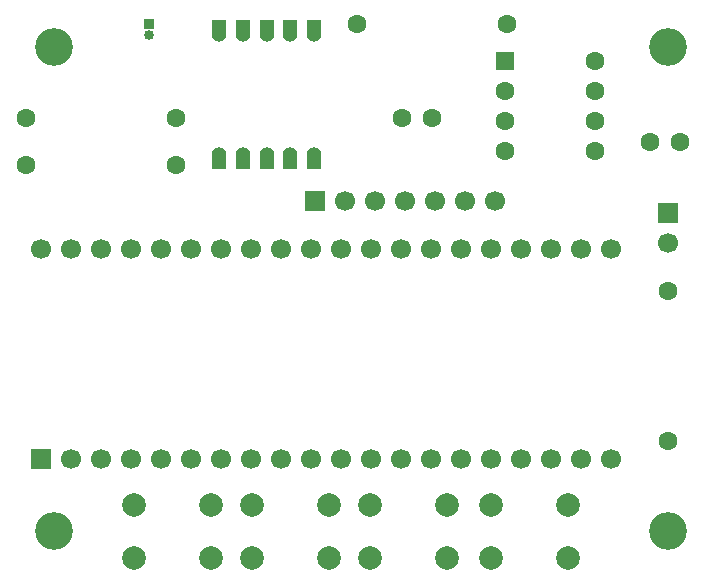
<source format=gts>
%TF.GenerationSoftware,KiCad,Pcbnew,9.0.3*%
%TF.CreationDate,2025-07-14T11:38:29-07:00*%
%TF.ProjectId,ECE_299_ALARM,4543455f-3239-4395-9f41-4c41524d2e6b,1.0*%
%TF.SameCoordinates,Original*%
%TF.FileFunction,Soldermask,Top*%
%TF.FilePolarity,Negative*%
%FSLAX46Y46*%
G04 Gerber Fmt 4.6, Leading zero omitted, Abs format (unit mm)*
G04 Created by KiCad (PCBNEW 9.0.3) date 2025-07-14 11:38:29*
%MOMM*%
%LPD*%
G01*
G04 APERTURE LIST*
G04 Aperture macros list*
%AMRoundRect*
0 Rectangle with rounded corners*
0 $1 Rounding radius*
0 $2 $3 $4 $5 $6 $7 $8 $9 X,Y pos of 4 corners*
0 Add a 4 corners polygon primitive as box body*
4,1,4,$2,$3,$4,$5,$6,$7,$8,$9,$2,$3,0*
0 Add four circle primitives for the rounded corners*
1,1,$1+$1,$2,$3*
1,1,$1+$1,$4,$5*
1,1,$1+$1,$6,$7*
1,1,$1+$1,$8,$9*
0 Add four rect primitives between the rounded corners*
20,1,$1+$1,$2,$3,$4,$5,0*
20,1,$1+$1,$4,$5,$6,$7,0*
20,1,$1+$1,$6,$7,$8,$9,0*
20,1,$1+$1,$8,$9,$2,$3,0*%
%AMFreePoly0*
4,1,18,-0.900000,0.625000,0.275000,0.625000,0.372772,0.617305,0.523217,0.573597,0.658067,0.493847,0.768847,0.383067,0.848597,0.248217,0.892305,0.097772,0.900000,0.000000,0.892305,-0.097772,0.848597,-0.248217,0.768847,-0.383067,0.658067,-0.493847,0.523217,-0.573597,0.372772,-0.617305,0.275000,-0.625000,-0.900000,-0.625000,-0.900000,0.625000,-0.900000,0.625000,$1*%
G04 Aperture macros list end*
%ADD10C,3.200000*%
%ADD11R,1.700000X1.700000*%
%ADD12C,1.700000*%
%ADD13C,2.000000*%
%ADD14C,1.600000*%
%ADD15R,0.850000X0.850000*%
%ADD16C,0.850000*%
%ADD17RoundRect,0.250000X-0.550000X-0.550000X0.550000X-0.550000X0.550000X0.550000X-0.550000X0.550000X0*%
%ADD18FreePoly0,90.000000*%
%ADD19FreePoly0,270.000000*%
G04 APERTURE END LIST*
D10*
%TO.C,REF\u002A\u002A*%
X90000000Y-115000000D03*
%TD*%
D11*
%TO.C,LS1*%
X142000000Y-88000000D03*
D12*
X142000000Y-90540000D03*
%TD*%
D13*
%TO.C,SW2*%
X106750000Y-112750000D03*
X113250000Y-112750000D03*
X106750000Y-117250000D03*
X113250000Y-117250000D03*
%TD*%
D14*
%TO.C,C1*%
X119500000Y-80000000D03*
X122000000Y-80000000D03*
%TD*%
D10*
%TO.C,REF\u002A\u002A*%
X142000000Y-115000000D03*
%TD*%
D15*
%TO.C,AE1*%
X98000000Y-72000000D03*
D16*
X98000000Y-73000000D03*
%TD*%
D17*
%TO.C,U3*%
X128195000Y-75190000D03*
D14*
X128195000Y-77730000D03*
X128195000Y-80270000D03*
X128195000Y-82810000D03*
X135815000Y-82810000D03*
X135815000Y-80270000D03*
X135815000Y-77730000D03*
X135815000Y-75190000D03*
%TD*%
D10*
%TO.C,REF\u002A\u002A*%
X142000000Y-74000000D03*
%TD*%
%TO.C,REF\u002A\u002A*%
X90000000Y-74000000D03*
%TD*%
D13*
%TO.C,SW3*%
X116750000Y-112750000D03*
X123250000Y-112750000D03*
X116750000Y-117250000D03*
X123250000Y-117250000D03*
%TD*%
%TO.C,SW1*%
X96807950Y-112772844D03*
X103307950Y-112772844D03*
X96807950Y-117272844D03*
X103307950Y-117272844D03*
%TD*%
D18*
%TO.C,U1*%
X104000000Y-83400000D03*
X106000000Y-83400000D03*
X108000000Y-83400000D03*
X110000000Y-83400000D03*
X112000000Y-83400000D03*
D19*
X112000000Y-72600000D03*
X110000000Y-72600000D03*
X108000000Y-72600000D03*
X106000000Y-72600000D03*
X104000000Y-72600000D03*
%TD*%
D14*
%TO.C,C2*%
X140500000Y-82000000D03*
X143000000Y-82000000D03*
%TD*%
D11*
%TO.C,U2*%
X88870000Y-108890000D03*
D12*
X91410000Y-108890000D03*
X93950000Y-108890000D03*
X96490000Y-108890000D03*
X99030000Y-108890000D03*
X101570000Y-108890000D03*
X104110000Y-108890000D03*
X106650000Y-108890000D03*
X109190000Y-108890000D03*
X111730000Y-108890000D03*
X114270000Y-108890000D03*
X116810000Y-108890000D03*
X119350000Y-108890000D03*
X121890000Y-108890000D03*
X124430000Y-108890000D03*
X126970000Y-108890000D03*
X129510000Y-108890000D03*
X132050000Y-108890000D03*
X134590000Y-108890000D03*
X137130000Y-108890000D03*
X137130000Y-91110000D03*
X134590000Y-91110000D03*
X132050000Y-91110000D03*
X129510000Y-91110000D03*
X126970000Y-91110000D03*
X124430000Y-91110000D03*
X121890000Y-91110000D03*
X119350000Y-91110000D03*
X116810000Y-91110000D03*
X114270000Y-91110000D03*
X111730000Y-91110000D03*
X109190000Y-91110000D03*
X106650000Y-91110000D03*
X104110000Y-91110000D03*
X101570000Y-91110000D03*
X99030000Y-91110000D03*
X96490000Y-91110000D03*
X93950000Y-91110000D03*
X91410000Y-91110000D03*
X88870000Y-91110000D03*
%TD*%
D11*
%TO.C,DISP1*%
X112120000Y-87050000D03*
D12*
X114660000Y-87050000D03*
X117200000Y-87050000D03*
X119740000Y-87050000D03*
X122280000Y-87050000D03*
X124820000Y-87050000D03*
X127360000Y-87050000D03*
%TD*%
D13*
%TO.C,SW4*%
X127000000Y-112750000D03*
X133500000Y-112750000D03*
X127000000Y-117250000D03*
X133500000Y-117250000D03*
%TD*%
D14*
%TO.C,R3*%
X87650000Y-84000000D03*
X100350000Y-84000000D03*
%TD*%
%TO.C,R2*%
X142000000Y-94650000D03*
X142000000Y-107350000D03*
%TD*%
%TO.C,R1*%
X115650000Y-72000000D03*
X128350000Y-72000000D03*
%TD*%
%TO.C,R4*%
X87650000Y-80000000D03*
X100350000Y-80000000D03*
%TD*%
M02*

</source>
